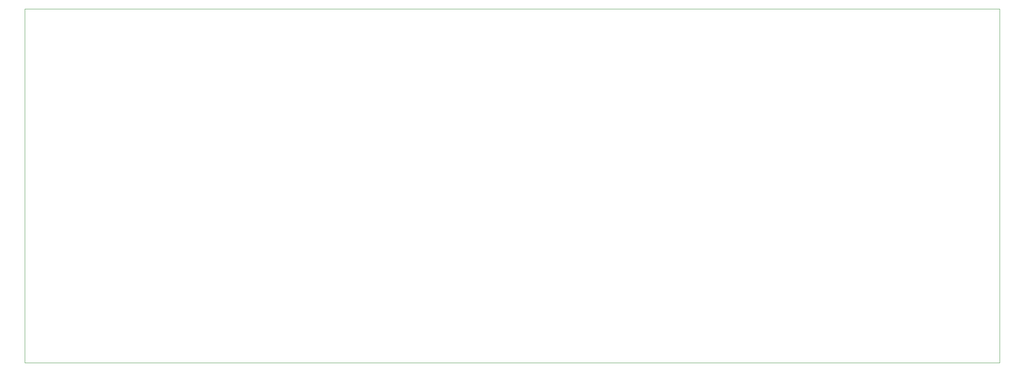
<source format=gbr>
%TF.GenerationSoftware,KiCad,Pcbnew,7.0.8*%
%TF.CreationDate,2023-10-13T02:07:57+02:00*%
%TF.ProjectId,keyboard_steamdeck,6b657962-6f61-4726-945f-737465616d64,V 1.0*%
%TF.SameCoordinates,Original*%
%TF.FileFunction,Profile,NP*%
%FSLAX46Y46*%
G04 Gerber Fmt 4.6, Leading zero omitted, Abs format (unit mm)*
G04 Created by KiCad (PCBNEW 7.0.8) date 2023-10-13 02:07:57*
%MOMM*%
%LPD*%
G01*
G04 APERTURE LIST*
%TA.AperFunction,Profile*%
%ADD10C,0.100000*%
%TD*%
G04 APERTURE END LIST*
D10*
X284734000Y-165608000D02*
X71374000Y-165608000D01*
X284734000Y-165608000D02*
X284734000Y-88138000D01*
X71374000Y-88138000D02*
X71374000Y-165608000D01*
X71374000Y-88138000D02*
X284734000Y-88138000D01*
M02*

</source>
